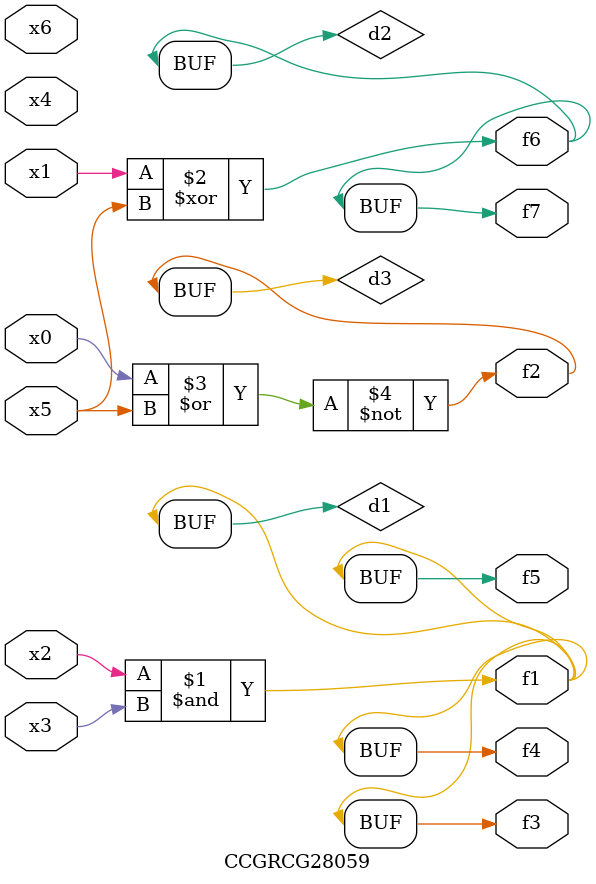
<source format=v>
module CCGRCG28059(
	input x0, x1, x2, x3, x4, x5, x6,
	output f1, f2, f3, f4, f5, f6, f7
);

	wire d1, d2, d3;

	and (d1, x2, x3);
	xor (d2, x1, x5);
	nor (d3, x0, x5);
	assign f1 = d1;
	assign f2 = d3;
	assign f3 = d1;
	assign f4 = d1;
	assign f5 = d1;
	assign f6 = d2;
	assign f7 = d2;
endmodule

</source>
